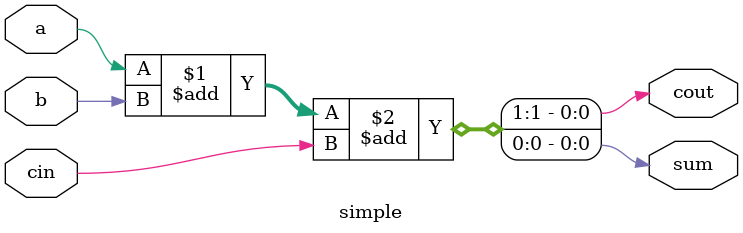
<source format=v>
module simple(a, b, cin, cout, sum);
	input	a, b, cin;
	output cout, sum;

	assign	{ cout, sum } = a + b + cin;
endmodule

</source>
